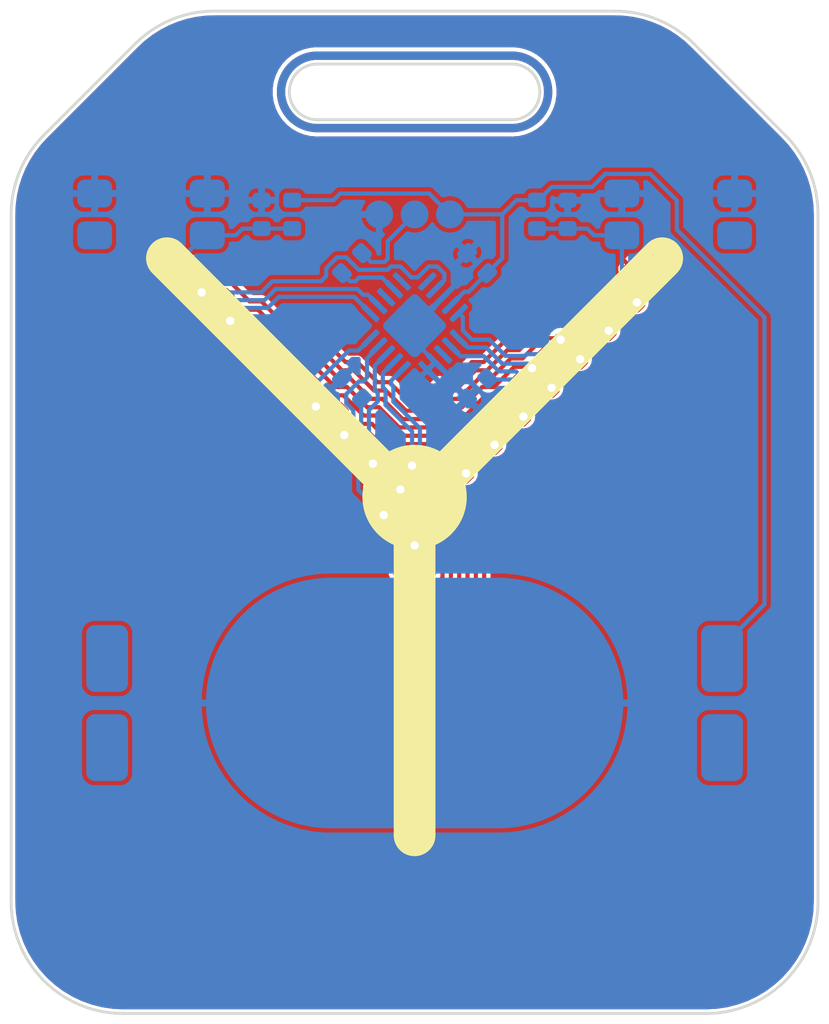
<source format=kicad_pcb>
(kicad_pcb (version 20211014) (generator pcbnew)
  (title_block (title "Flux Capacitor Micro") (date "2022-07-08") (rev "3.0A") (company "Curious Design Labs | Hojadurdy Durdygylyjov") (comment 1 "Micro version of Flux Capacitor from the movie Back to the Future") (comment 2 "CC BY-NC-SA 4.0"))
  (layers (0 "F.Cu" signal) (31 "B.Cu" signal) (34 "B.Paste" user) (35 "F.Paste" user) (36 "B.SilkS" user "B.Silkscreen") (37 "F.SilkS" user "F.Silkscreen") (38 "B.Mask" user) (39 "F.Mask" user) (44 "Edge.Cuts" user))
  (net 0 "")
  (net 1 "BATT")
  (net 2 "GND")
  (net 3 "BTN_PWR")
  (net 4 "BTN_SET")
  (net 5 "CLR")
  (net 6 "LED1")
  (net 7 "LED2")
  (net 8 "LED3")
  (net 9 "LED4")
  (net 10 "LED5")
  (net 11 "LED6")
  (net 12 "LED7")
  (net 13 "LED8")
  (net 14 "UPDI")
  (net 17 "Net-(U1-Pad19)")
  (net 18 "Net-(D1-Pad1)")
  (net 19 "LED9")
  (footprint "HDMod_LED_SMD:LED_0402_1005Metric" (layer "F.Cu") (at 158.425 93.775 -45)
    (fp_text reference "D36" hide)
    (fp_text value "TR6" hide)
  )
  (footprint "HDMod_LED_SMD:LED_0402_1005Metric" (layer "F.Cu") (at 153.35 94.8 45)
    (fp_text reference "D17" hide)
    (fp_text value "TL7" hide)
  )
  (footprint "HDMod_LED_SMD:LED_0402_1005Metric" (layer "F.Cu") (at 149.25 90.7 45)
    (fp_text reference "D13" hide)
    (fp_text value "TL3" hide)
  )
  (footprint "LOGO" (layer "F.Cu") (at 155.375 111.025 90)
    (fp_text reference "G***" hide)
    (fp_text value "LOGO" hide)
  )
  (footprint "HDMod_LED_SMD:LED_0402_1005Metric" (layer "F.Cu") (at 155.375 101.975)
    (fp_text reference "D25" hide)
    (fp_text value "BM5" hide)
  )
  (footprint "HDMod_LED_SMD:LED_0402_1005Metric" (layer "F.Cu") (at 157.4 94.8 -45)
    (fp_text reference "D37" hide)
    (fp_text value "TR7" hide)
  )
  (footprint "HDMod_LED_SMD:LED_0402_1005Metric" (layer "F.Cu") (at 155.375 96.55 90)
    (fp_text reference "D1" hide)
    (fp_text value "Flash" hide)
  )
  (footprint "HDMod_LED_SMD:LED_0402_1005Metric" (layer "F.Cu") (at 155.375 99.075)
    (fp_text reference "D27" hide)
    (fp_text value "BM7" hide)
  )
  (footprint "HDMod_LED_SMD:LED_0402_1005Metric" (layer "F.Cu") (at 155.375 107.775)
    (fp_text reference "D21" hide)
    (fp_text value "BM1" hide)
  )
  (footprint "LOGO" (layer "F.Cu") (at 144.9 86.35)
    (fp_text reference "G***" hide)
    (fp_text value "LOGO" hide)
  )
  (footprint "HDMod_LED_SMD:LED_0402_1005Metric" (layer "F.Cu") (at 152.325 93.775 45)
    (fp_text reference "D16" hide)
    (fp_text value "TL6" hide)
  )
  (footprint "HDMod_LED_SMD:LED_0402_1005Metric" (layer "F.Cu") (at 154.375 95.825 45)
    (fp_text reference "D18" hide)
    (fp_text value "TL8" hide)
  )
  (footprint "HDMod_LED_SMD:LED_0402_1005Metric" (layer "F.Cu") (at 147.2 88.65 45)
    (fp_text reference "D11" hide)
    (fp_text value "TL1" hide)
  )
  (footprint "HDMod_LED_SMD:LED_0402_1005Metric" (layer "F.Cu") (at 163.55 88.65 -45)
    (fp_text reference "D31" hide)
    (fp_text value "TR1" hide)
  )
  (footprint "HDMod_LED_SMD:LED_0402_1005Metric" (layer "F.Cu") (at 151.3 92.75 45)
    (fp_text reference "D15" hide)
    (fp_text value "TL5" hide)
  )
  (footprint "HDMod_LED_SMD:LED_0402_1005Metric" (layer "F.Cu") (at 155.375 104.875)
    (fp_text reference "D23" hide)
    (fp_text value "BM3" hide)
  )
  (footprint "HDMod_LED_SMD:LED_0402_1005Metric" (layer "F.Cu") (at 156.375 95.825 -45)
    (fp_text reference "D38" hide)
    (fp_text value "TR8" hide)
  )
  (footprint "HDMod_LED_SMD:LED_0402_1005Metric" (layer "F.Cu") (at 155.375 106.325)
    (fp_text reference "D22" hide)
    (fp_text value "BM2" hide)
  )
  (footprint "HDMod_LED_SMD:LED_0402_1005Metric" (layer "F.Cu") (at 155.375 97.625)
    (fp_text reference "D28" hide)
    (fp_text value "BM8" hide)
  )
  (footprint "LOGO" (layer "F.Cu") (at 165.85 86.35)
    (fp_text reference "G***" hide)
    (fp_text value "LOGO" hide)
  )
  (footprint "HDMod_LED_SMD:LED_0402_1005Metric" (layer "F.Cu") (at 160.475 91.725 -45)
    (fp_text reference "D34" hide)
    (fp_text value "TR4" hide)
  )
  (footprint "svg2mod" (layer "F.Cu") (at 155.375 84.645)
    (fp_text reference "svg2mod" hide)
    (fp_text value "G***" hide)
  )
  (footprint "HDMod_LED_SMD:LED_0402_1005Metric" (layer "F.Cu") (at 161.5 90.7 -45)
    (fp_text reference "D33" hide)
    (fp_text value "TR3" hide)
  )
  (footprint "HDMod_LED_SMD:LED_0402_1005Metric" (layer "F.Cu") (at 159.45 92.75 -45)
    (fp_text reference "D35" hide)
    (fp_text value "TR5" hide)
  )
  (footprint "HDMod_LED_SMD:LED_0402_1005Metric" (layer "F.Cu") (at 150.275 91.725 45)
    (fp_text reference "D14" hide)
    (fp_text value "TL4" hide)
  )
  (footprint "HDMod_LED_SMD:LED_0402_1005Metric" (layer "F.Cu") (at 155.375 100.525)
    (fp_text reference "D26" hide)
    (fp_text value "BM6" hide)
  )
  (footprint "HDMod_LED_SMD:LED_0402_1005Metric" (layer "F.Cu") (at 148.225 89.675 45)
    (fp_text reference "D12" hide)
    (fp_text value "TL2" hide)
  )
  (footprint "HDMod_LED_SMD:LED_0402_1005Metric" (layer "F.Cu") (at 155.375 103.425)
    (fp_text reference "D24" hide)
    (fp_text value "BM4" hide)
  )
  (footprint "HDMod_LED_SMD:LED_0402_1005Metric" (layer "F.Cu") (at 162.525 89.675 -45)
    (fp_text reference "D32" hide)
    (fp_text value "TR2" hide)
  )
  (footprint "HDMod_Testing_and_Programming_PAD:PogoPad_1x03_P1.27mm" (layer "B.Cu") (at 155.375 86.35 180)
    (fp_text reference "J1" hide)
    (fp_text value "UPDI_PAD" hide)
  )
  (footprint "HDMod_Resistor_SMD:R_0402_1005Metric" (layer "B.Cu") (at 150.975 86.35 -90)
    (fp_text reference "R3" hide)
    (fp_text value "10K" hide)
  )
  (footprint "HDMod_Switch_SMD:K2-1809SN-D4DW-06" (layer "B.Cu") (at 164.85 86.35 180)
    (fp_text reference "SW1" hide)
    (fp_text value "On/Off")
  )
  (footprint "HDMod_Battery_Holder_SMD:MY-2016-02" (layer "B.Cu") (at 155.375 103.9 180)
    (fp_text reference "BT1")
    (fp_text value "CR2032")
  )
  (footprint "LOGO" (layer "B.Cu") (at 164.85 93.25 180)
    (fp_text reference "G***" hide)
    (fp_text value "LOGO" hide)
  )
  (footprint "HDMod_Resistor_SMD:R_0402_1005Metric" (layer "B.Cu") (at 153.125 92.6 135)
    (fp_text reference "R1" hide)
    (fp_text value "510" hide)
  )
  (footprint "HDMod_Resistor_SMD:R_0402_1005Metric" (layer "B.Cu") (at 159.775 86.35 -90)
    (fp_text reference "R2" hide)
    (fp_text value "10K" hide)
  )
  (footprint "HDMod_Switch_SMD:K2-1809SN-D4DW-06" (layer "B.Cu") (at 145.9 86.35 180)
    (fp_text reference "SW2" hide)
    (fp_text value "Set")
  )
  (footprint "HDMod_Resistor_SMD:R_0402_1005Metric" (layer "B.Cu") (at 157.625 92.6 -135)
    (fp_text reference "R4" hide)
    (fp_text value "510" hide)
  )
  (footprint "LOGO" (layer "B.Cu") (at 145.9 83.35 180)
    (fp_text reference "G***" hide)
    (fp_text value "LOGO" hide)
  )
  (footprint "LOGO" (layer "B.Cu") (at 164.85 83.35 180)
    (fp_text reference "G***" hide)
    (fp_text value "LOGO" hide)
  )
  (footprint "HDMod_Capacitor_SMD:C_0402_1005Metric" (layer "B.Cu") (at 160.875 86.35 90)
    (fp_text reference "C2" hide)
    (fp_text value "100nF" hide)
  )
  (footprint "svg2mod" (layer "B.Cu") (at 155.375 84.645 180)
    (fp_text reference "svg2mod" hide)
    (fp_text value "G***" hide)
  )
  (footprint "HDMod_Resistor_SMD:R_0402_1005Metric" (layer "B.Cu") (at 153.125 88.1 45)
    (fp_text reference "R5" hide)
    (fp_text value "0" hide)
  )
  (footprint "HDMod_Capacitor_SMD:C_0402_1005Metric" (layer "B.Cu") (at 157.625 88.1 135)
    (fp_text reference "C1" hide)
    (fp_text value "100nF" hide)
  )
  (footprint "LOGO" (layer "B.Cu") (at 145.9 93.25 180)
    (fp_text reference "G***" hide)
    (fp_text value "LOGO" hide)
  )
  (footprint "HDMod_Capacitor_SMD:C_0402_1005Metric" (layer "B.Cu") (at 149.875 86.35 90)
    (fp_text reference "C3" hide)
    (fp_text value "100nF" hide)
  )
  (footprint "HDMod_Package_DFN_QFN:VQFN-20-1EP_3x3mm_P0.4mm_EP1.7x1.7mm" (layer "B.Cu") (at 155.375 90.35 -135)
    (fp_text reference "U1")
    (fp_text value "ATtiny1616-M" hide)
  )
  (gr_arc (start 151.875 83.25) (mid 150.575 81.95) (end 151.875 80.65) (layer "F.Cu") (width 0.3))
  (gr_arc (start 158.875 80.65) (mid 160.175 81.95) (end 158.875 83.25) (layer "F.Cu") (width 0.3))
  (gr_line (start 158.875 83.25) (end 151.875 83.25) (layer "F.Cu") (width 0.3))
  (gr_line (start 151.875 80.65) (end 158.875 80.65) (layer "F.Cu") (width 0.3))
  (gr_arc (start 151.875 83.25) (mid 150.575 81.95) (end 151.875 80.65) (layer "B.Cu") (width 0.3))
  (gr_line (start 158.875 83.25) (end 151.875 83.25) (layer "B.Cu") (width 0.3))
  (gr_arc (start 158.875 80.65) (mid 160.175 81.95) (end 158.875 83.25) (layer "B.Cu") (width 0.3))
  (gr_line (start 151.875 80.65) (end 158.875 80.65) (layer "B.Cu") (width 0.3))
  (gr_line (start 146.475 87.925) (end 154.375 95.825) (layer "F.SilkS") (width 1.5))
  (gr_line (start 164.275 87.925) (end 156.375 95.825) (layer "F.SilkS") (width 1.5))
  (gr_line (start 155.375 108.65) (end 155.375 97.625) (layer "F.SilkS") (width 1.5))
  (gr_circle (center 155.375 96.5) (end 157.175 96.5) (layer "F.SilkS") (width 0.15) (fill solid))
  (gr_line (start 165.85 115.05) (end 144.9 115.05) (layer "Edge.Cuts") (width 0.1))
  (gr_arc (start 162.575 79.05) (mid 164.115301 79.356385) (end 165.421105 80.228895) (layer "Edge.Cuts") (width 0.1))
  (gr_arc (start 140.875 86.35) (mid 141.181385 84.809699) (end 142.053895 83.503895) (layer "Edge.Cuts") (width 0.1))
  (gr_line (start 151.875 80.95) (end 158.875 80.95) (layer "Edge.Cuts") (width 0.1))
  (gr_arc (start 145.328895 80.228895) (mid 146.634699 79.356385) (end 148.175 79.05) (layer "Edge.Cuts") (width 0.1))
  (gr_arc (start 168.696105 83.503895) (mid 169.568615 84.809699) (end 169.875 86.35) (layer "Edge.Cuts") (width 0.1))
  (gr_arc (start 169.875 111.025) (mid 168.696105 113.871105) (end 165.85 115.05) (layer "Edge.Cuts") (width 0.1))
  (gr_line (start 158.875 82.95) (end 151.875 82.95) (layer "Edge.Cuts") (width 0.1))
  (gr_line (start 168.696105 83.503895) (end 165.421105 80.228895) (layer "Edge.Cuts") (width 0.1))
  (gr_line (start 140.875 111.025) (end 140.875 86.35) (layer "Edge.Cuts") (width 0.1))
  (gr_line (start 169.875 86.35) (end 169.875 111.025) (layer "Edge.Cuts") (width 0.1))
  (gr_line (start 148.175 79.05) (end 162.575 79.05) (layer "Edge.Cuts") (width 0.1))
  (gr_arc (start 158.875 80.95) (mid 159.875 81.95) (end 158.875 82.95) (layer "Edge.Cuts") (width 0.1))
  (gr_line (start 145.328895 80.228895) (end 142.053895 83.503895) (layer "Edge.Cuts") (width 0.1))
  (gr_arc (start 144.9 115.05) (mid 142.053895 113.871105) (end 140.875 111.025) (layer "Edge.Cuts") (width 0.1))
  (gr_arc (start 151.875 82.95) (mid 150.875 81.95) (end 151.875 80.95) (layer "Edge.Cuts") (width 0.1))
  (segment (start 159.8225 85.84) (end 160.2975 85.365) (width 0.15) (layer "B.Cu") (net 1))
  (segment (start 152.46 85.84) (end 152.7 85.6) (width 0.15) (layer "B.Cu") (net 1))
  (segment (start 159.035 85.84) (end 159.8225 85.84) (width 0.15) (layer "B.Cu") (net 1))
  (segment (start 167.95 100.35) (end 166.425 101.875) (width 0.15) (layer "B.Cu") (net 1))
  (segment (start 156.683148 89.607538) (end 157.160686 89.13) (width 0.15) (layer "B.Cu") (net 1))
  (segment (start 158.525 87.921248) (end 157.985624 88.460624) (width 0.15) (layer "B.Cu") (net 1))
  (segment (start 156.645 86.35) (end 158.525 86.35) (width 0.15) (layer "B.Cu") (net 1))
  (segment (start 157.160686 89.13) (end 157.316248 89.13) (width 0.15) (layer "B.Cu") (net 1))
  (segment (start 158.525 86.35) (end 159.035 85.84) (width 0.15) (layer "B.Cu") (net 1))
  (segment (start 157.316248 89.13) (end 157.985624 88.460624) (width 0.15) (layer "B.Cu") (net 1))
  (segment (start 167.95 90.05) (end 167.95 100.35) (width 0.15) (layer "B.Cu") (net 1))
  (segment (start 160.2975 85.365) (end 161.76 85.365) (width 0.15) (layer "B.Cu") (net 1))
  (segment (start 163.845 84.895) (end 164.8 85.85) (width 0.15) (layer "B.Cu") (net 1))
  (segment (start 162.23 84.895) (end 163.845 84.895) (width 0.15) (layer "B.Cu") (net 1))
  (segment (start 164.8 85.85) (end 164.8 86.9) (width 0.15) (layer "B.Cu") (net 1))
  (segment (start 164.8 86.9) (end 167.95 90.05) (width 0.15) (layer "B.Cu") (net 1))
  (segment (start 152.7 85.6) (end 155.895 85.6) (width 0.15) (layer "B.Cu") (net 1))
  (segment (start 155.895 85.6) (end 156.645 86.35) (width 0.15) (layer "B.Cu") (net 1))
  (segment (start 158.525 86.35) (end 158.525 87.921248) (width 0.15) (layer "B.Cu") (net 1))
  (segment (start 150.975 85.84) (end 152.46 85.84) (width 0.15) (layer "B.Cu") (net 1))
  (segment (start 166.425 101.875) (end 166.425 102.3) (width 0.15) (layer "B.Cu") (net 1))
  (segment (start 161.76 85.365) (end 162.23 84.895) (width 0.15) (layer "B.Cu") (net 1))
  (segment (start 155.375 90.915686) (end 155.375 90.35) (width 0.15) (layer "B.Cu") (net 2))
  (segment (start 156.117462 91.658148) (end 155.375 90.915686) (width 0.15) (layer "B.Cu") (net 2))
  (segment (start 159.807964 92.367) (end 162.825 89.349964) (width 0.15) (layer "B.Cu") (net 3))
  (segment (start 159.391964 92.367) (end 159.807964 92.367) (width 0.15) (layer "B.Cu") (net 3))
  (segment (start 160.875 86.86) (end 161.585 86.86) (width 0.15) (layer "B.Cu") (net 3))
  (segment (start 158.407999 91.99) (end 159.014964 91.99) (width 0.15) (layer "B.Cu") (net 3))
  (segment (start 157.035 91.444314) (end 157.862313 91.444314) (width 0.15) (layer "B.Cu") (net 3))
  (segment (start 161.585 86.86) (end 161.825 87.1) (width 0.15) (layer "B.Cu") (net 3))
  (segment (start 159.775 86.86) (end 160.875 86.86) (width 0.15) (layer "B.Cu") (net 3))
  (segment (start 156.683148 91.092462) (end 157.035 91.444314) (width 0.15) (layer "B.Cu") (net 3))
  (segment (start 161.825 87.1) (end 162.825 87.1) (width 0.15) (layer "B.Cu") (net 3))
  (segment (start 159.014964 91.99) (end 159.391964 92.367) (width 0.15) (layer "B.Cu") (net 3))
  (segment (start 162.825 89.349964) (end 162.825 87.1) (width 0.15) (layer "B.Cu") (net 3))
  (segment (start 157.862313 91.444314) (end 158.407999 91.99) (width 0.15) (layer "B.Cu") (net 3))
  (segment (start 154.066852 89.607538) (end 153.698314 89.239) (width 0.15) (layer "B.Cu") (net 4))
  (segment (start 148.145036 89.43) (end 147.930036 89.645) (width 0.15) (layer "B.Cu") (net 4))
  (segment (start 149.19 86.86) (end 149.875 86.86) (width 0.15) (layer "B.Cu") (net 4))
  (segment (start 153.698314 89.239) (end 153.528609 89.239) (width 0.15) (layer "B.Cu") (net 4))
  (segment (start 149.98098 89.43) (end 148.145036 89.43) (width 0.15) (layer "B.Cu") (net 4))
  (segment (start 148.95 87.1) (end 149.19 86.86) (width 0.15) (layer "B.Cu") (net 4))
  (segment (start 147.835 87.1) (end 147.925 87.1) (width 0.15) (layer "B.Cu") (net 4))
  (segment (start 153.319609 89.03) (end 150.38098 89.03) (width 0.15) (layer "B.Cu") (net 4))
  (segment (start 147.930036 89.645) (end 147.519964 89.645) (width 0.15) (layer "B.Cu") (net 4))
  (segment (start 153.528609 89.239) (end 153.319609 89.03) (width 0.15) (layer "B.Cu") (net 4))
  (segment (start 149.875 86.86) (end 150.975 86.86) (width 0.15) (layer "B.Cu") (net 4))
  (segment (start 147.23 89.355036) (end 147.23 87.705) (width 0.15) (layer "B.Cu") (net 4))
  (segment (start 147.23 87.705) (end 147.835 87.1) (width 0.15) (layer "B.Cu") (net 4))
  (segment (start 147.519964 89.645) (end 147.23 89.355036) (width 0.15) (layer "B.Cu") (net 4))
  (segment (start 147.925 87.1) (end 148.95 87.1) (width 0.15) (layer "B.Cu") (net 4))
  (segment (start 150.38098 89.03) (end 149.98098 89.43) (width 0.15) (layer "B.Cu") (net 4))
  (segment (start 161.160589 91.385589) (end 161.325 91.55) (width 0.15) (layer "F.Cu") (net 5))
  (segment (start 157.060589 94.460589) (end 158.085589 94.460589) (width 0.15) (layer "F.Cu") (net 5))
  (segment (start 158.085589 93.435589) (end 159.110589 93.435589) (width 0.15) (layer "F.Cu") (net 5))
  (segment (start 159.110589 92.410589) (end 160.135589 92.410589) (width 0.15) (layer "F.Cu") (net 5))
  (segment (start 159.110589 93.435589) (end 159.275 93.6) (width 0.15) (layer "F.Cu") (net 5))
  (segment (start 163.365 89.51) (end 163.190589 89.335589) (width 0.15) (layer "F.Cu") (net 5))
  (segment (start 157.060589 95.485589) (end 157.225 95.65) (width 0.15) (layer "F.Cu") (net 5))
  (segment (start 160.135589 91.385589) (end 161.160589 91.385589) (width 0.15) (layer "F.Cu") (net 5))
  (segment (start 161.160589 90.360589) (end 162.185589 90.360589) (width 0.15) (layer "F.Cu") (net 5))
  (segment (start 160.135589 92.410589) (end 160.3 92.575) (width 0.15) (layer "F.Cu") (net 5))
  (segment (start 158.085589 94.460589) (end 158.25 94.625) (width 0.15) (layer "F.Cu") (net 5))
  (segment (start 156.035589 95.485589) (end 157.060589 95.485589) (width 0.15) (layer "F.Cu") (net 5))
  (segment (start 162.185589 90.360589) (end 162.35 90.525) (width 0.15) (layer "F.Cu") (net 5))
  (segment (start 163.190589 89.335589) (end 162.185589 89.335589) (width 0.15) (layer "F.Cu") (net 5))
  (via (at 157.225 95.65) (size 0.5) (drill 0.3) (layers "F.Cu" "B.Cu") (net 5))
  (via (at 159.285 93.61) (size 0.5) (drill 0.3) (layers "F.Cu" "B.Cu") (net 5))
  (via (at 161.325 91.55) (size 0.5) (drill 0.3) (layers "F.Cu" "B.Cu") (net 5))
  (via (at 162.35 90.525) (size 0.5) (drill 0.3) (layers "F.Cu" "B.Cu") (net 5))
  (via (at 158.25 94.625) (size 0.5) (drill 0.3) (layers "F.Cu" "B.Cu") (net 5))
  (via (at 155.375 98.24) (size 0.5) (drill 0.3) (layers "F.Cu" "B.Cu") (net 5))
  (via (at 163.365 89.51) (size 0.5) (drill 0.3) (layers "F.Cu" "B.Cu") (net 5))
  (via (at 160.3 92.575) (size 0.5) (drill 0.3) (layers "F.Cu" "B.Cu") (net 5))
  (segment (start 160.3 92.270944) (end 160.3 92.575) (width 0.15) (layer "B.Cu") (net 5))
  (segment (start 158.026248 92.28) (end 158.908984 92.28) (width 0.15) (layer "B.Cu") (net 5))
  (segment (start 159.285 93.61) (end 157.245 95.65) (width 0.15) (layer "B.Cu") (net 5))
  (segment (start 157.245 95.65) (end 157.225 95.65) (width 0.15) (layer "B.Cu") (net 5))
  (segment (start 162.35 90.525) (end 162.045944 90.525) (width 0.15) (layer "B.Cu") (net 5))
  (segment (start 159.275984 92.647) (end 159.923944 92.647) (width 0.15) (layer "B.Cu") (net 5))
  (segment (start 161.325 91.55) (end 161.020944 91.55) (width 0.15) (layer "B.Cu") (net 5))
  (segment (start 161.020944 91.55) (end 160.3 92.270944) (width 0.15) (layer "B.Cu") (net 5))
  (segment (start 157.985624 92.239376) (end 158.026248 92.28) (width 0.15) (layer "B.Cu") (net 5))
  (segment (start 159.923944 92.971056) (end 159.923944 92.647) (width 0.15) (layer "B.Cu") (net 5))
  (segment (start 162.35 90.220944) (end 162.35 90.525) (width 0.15) (layer "B.Cu") (net 5))
  (segment (start 163.060944 89.51) (end 162.35 90.220944) (width 0.15) (layer "B.Cu") (net 5))
  (segment (start 159.923944 92.647) (end 159.995944 92.575) (width 0.15) (layer "B.Cu") (net 5))
  (segment (start 159.285 93.61) (end 159.923944 92.971056) (width 0.15) (layer "B.Cu") (net 5))
  (segment (start 162.045944 90.525) (end 161.325 91.245944) (width 0.15) (layer "B.Cu") (net 5))
  (segment (start 155.375 98.24) (end 155.375 97.5) (width 0.15) (layer "B.Cu") (net 5))
  (segment (start 161.325 91.245944) (end 161.325 91.55) (width 0.15) (layer "B.Cu") (net 5))
  (segment (start 163.365 89.51) (end 163.060944 89.51) (width 0.15) (layer "B.Cu") (net 5))
  (segment (start 155.375 97.5) (end 157.225 95.65) (width 0.15) (layer "B.Cu") (net 5))
  (segment (start 158.908984 92.28) (end 159.275984 92.647) (width 0.15) (layer "B.Cu") (net 5))
  (segment (start 159.995944 92.575) (end 160.3 92.575) (width 0.15) (layer "B.Cu") (net 5))
  (segment (start 147.539411 88.310589) (end 147.977759 88.748937) (width 0.15) (layer "F.Cu") (net 6))
  (segment (start 162.623937 88.748937) (end 162.73 88.855) (width 0.15) (layer "F.Cu") (net 6))
  (segment (start 159.536531 96.202005) (end 159.536531 96.625591) (width 0.15) (layer "F.Cu") (net 6))
  (segment (start 153.315807 91.650857) (end 154.041287 92.376337) (width 0.15) (layer "F.Cu") (net 6))
  (segment (start 157.5776 100.31533) (end 157.5776 101.341744) (width 0.15) (layer "F.Cu") (net 6))
  (segment (start 162.438451 92.033721) (end 161.712971 92.759201) (width 0.15) (layer "F.Cu") (net 6))
  (segment (start 147.977759 88.897241) (end 147.725 89.15) (width 0.15) (layer "F.Cu") (net 6))
  (segment (start 161.712971 93.182787) (end 160.987491 93.908267) (width 0.15) (layer "F.Cu") (net 6))
  (segment (start 149.868609 89.474417) (end 150.594089 90.199897) (width 0.15) (layer "F.Cu") (net 6))
  (segment (start 158.17664 98.689876) (end 157.87712 98.989396) (width 0.15) (layer "F.Cu") (net 6))
  (segment (start 162.438451 91.610135) (end 162.438451 92.033721) (width 0.15) (layer "F.Cu") (net 6))
  (segment (start 157.857781 91.650857) (end 158.583262 90.925377) (width 0.15) (layer "F.Cu") (net 6))
  (segment (start 160.262011 95.057333) (end 160.262011 95.476525) (width 0.15) (layer "F.Cu") (net 6))
  (segment (start 158.583262 90.925377) (end 159.006846 90.925377) (width 0.15) (layer "F.Cu") (net 6))
  (segment (start 160.881392 89.474417) (end 161.304977 89.474417) (width 0.15) (layer "F.Cu") (net 6))
  (segment (start 156.97856 103.993612) (end 156.67904 104.293132) (width 0.15) (layer "F.Cu") (net 6))
  (segment (start 163.889411 89.735589) (end 163.163931 90.461069) (width 0.15) (layer "F.Cu") (net 6))
  (segment (start 160.987491 94.331853) (end 160.262011 95.057333) (width 0.15) (layer "F.Cu") (net 6))
  (segment (start 160.155911 90.199897) (end 160.881392 89.474417) (width 0.15) (layer "F.Cu") (net 6))
  (segment (start 156.37952 106.64548) (end 155.855 107.17) (width 0.15) (layer "F.Cu") (net 6))
  (segment (start 162.030457 88.748937) (end 162.623937 88.748937) (width 0.15) (layer "F.Cu") (net 6))
  (segment (start 163.163931 90.461069) (end 163.163931 90.884655) (width 0.15) (layer "F.Cu") (net 6))
  (segment (start 155.190353 93.101817) (end 155.559651 93.101817) (width 0.15) (layer "F.Cu") (net 6))
  (segment (start 156.97856 102.967198) (end 156.97856 103.993612) (width 0.15) (layer "F.Cu") (net 6))
  (segment (start 157.87712 100.01581) (end 157.5776 100.31533) (width 0.15) (layer "F.Cu") (net 6))
  (segment (start 156.37952 105.619066) (end 156.37952 106.64548) (width 0.15) (layer "F.Cu") (net 6))
  (segment (start 162.73 88.855) (end 162.864411 88.989411) (width 0.15) (layer "F.Cu") (net 6))
  (segment (start 159.006846 90.925377) (end 159.732327 90.199897) (width 0.15) (layer "F.Cu") (net 6))
  (segment (start 155.855 107.17) (end 155.855 107.775) (width 0.15) (layer "F.Cu") (net 6))
  (segment (start 156.67904 104.293132) (end 156.67904 105.319546) (width 0.15) (layer "F.Cu") (net 6))
  (segment (start 160.262011 95.476525) (end 159.536531 96.202005) (width 0.15) (layer "F.Cu") (net 6))
  (segment (start 157.27808 101.641264) (end 157.27808 102.667678) (width 0.15) (layer "F.Cu") (net 6))
  (segment (start 147.977759 88.748937) (end 147.977759 88.897241) (width 0.15) (layer "F.Cu") (net 6))
  (segment (start 157.27808 102.667678) (end 156.97856 102.967198) (width 0.15) (layer "F.Cu") (net 6))
  (segment (start 163.163931 90.884655) (end 162.438451 91.610135) (width 0.15) (layer "F.Cu") (net 6))
  (segment (start 156.708716 92.376337) (end 157.434197 91.650857) (width 0.15) (layer "F.Cu") (net 6))
  (segment (start 160.987491 93.908267) (end 160.987491 94.331853) (width 0.15) (layer "F.Cu") (net 6))
  (segment (start 163.889411 88.989411) (end 163.889411 89.735589) (width 0.15) (layer "F.Cu") (net 6))
  (segment (start 150.594089 90.199897) (end 151.017675 90.199897) (width 0.15) (layer "F.Cu") (net 6))
  (segment (start 157.5776 101.341744) (end 157.27808 101.641264) (width 0.15) (layer "F.Cu") (net 6))
  (segment (start 154.041287 92.376337) (end 154.464873 92.376337) (width 0.15) (layer "F.Cu") (net 6))
  (segment (start 158.17664 97.985482) (end 158.17664 98.689876) (width 0.15) (layer "F.Cu") (net 6))
  (segment (start 159.536531 96.625591) (end 158.17664 97.985482) (width 0.15) (layer "F.Cu") (net 6))
  (segment (start 154.464873 92.376337) (end 155.190353 93.101817) (width 0.15) (layer "F.Cu") (net 6))
  (segment (start 157.87712 98.989396) (end 157.87712 100.01581) (width 0.15) (layer "F.Cu") (net 6))
  (segment (start 152.166741 90.925377) (end 152.892221 91.650857) (width 0.15) (layer "F.Cu") (net 6))
  (segment (start 148.719543 88.748937) (end 149.445023 89.474417) (width 0.15) (layer "F.Cu") (net 6))
  (segment (start 161.712971 92.759201) (end 161.712971 93.182787) (width 0.15) (layer "F.Cu") (net 6))
  (segment (start 157.434197 91.650857) (end 157.857781 91.650857) (width 0.15) (layer "F.Cu") (net 6))
  (segment (start 151.017675 90.199897) (end 151.743155 90.925377) (width 0.15) (layer "F.Cu") (net 6))
  (segment (start 155.559651 93.101817) (end 156.285132 92.376337) (width 0.15) (layer "F.Cu") (net 6))
  (segment (start 162.864411 88.989411) (end 163.889411 88.989411) (width 0.15) (layer "F.Cu") (net 6))
  (segment (start 159.732327 90.199897) (end 160.155911 90.199897) (width 0.15) (layer "F.Cu") (net 6))
  (segment (start 156.285132 92.376337) (end 156.708716 92.376337) (width 0.15) (layer "F.Cu") (net 6))
  (segment (start 149.445023 89.474417) (end 149.868609 89.474417) (width 0.15) (layer "F.Cu") (net 6))
  (segment (start 147.977759 88.748937) (end 148.719543 88.748937) (width 0.15) (layer "F.Cu") (net 6))
  (segment (start 152.892221 91.650857) (end 153.315807 91.650857) (width 0.15) (layer "F.Cu") (net 6))
  (segment (start 156.67904 105.319546) (end 156.37952 105.619066) (width 0.15) (layer "F.Cu") (net 6))
  (segment (start 151.743155 90.925377) (end 152.166741 90.925377) (width 0.15) (layer "F.Cu") (net 6))
  (segment (start 161.304977 89.474417) (end 162.030457 88.748937) (width 0.15) (layer "F.Cu") (net 6))
  (via (at 147.725 89.15) (size 0.5) (drill 0.3) (layers "F.Cu" "B.Cu") (net 6))
  (segment (start 149.865 89.15) (end 147.725 89.15) (width 0.15) (layer "B.Cu") (net 6))
  (segment (start 150.265 88.75) (end 149.865 89.15) (width 0.15) (layer "B.Cu") (net 6))
  (segment (start 154.866168 88.221168) (end 154.523832 88.221168) (width 0.15) (layer "B.Cu") (net 6))
  (segment (start 156.117462 89.041852) (end 156.445 88.714314) (width 0.15) (layer "B.Cu") (net 6))
  (segment (start 152.91935 87.89435) (end 152.588189 87.89435) (width 0.15) (layer "B.Cu") (net 6))
  (segment (start 153.365 88.34) (end 152.91935 87.89435) (width 0.15) (layer "B.Cu") (net 6))
  (segment (start 152.014203 88.75) (end 150.265 88.75) (width 0.15) (layer "B.Cu") (net 6))
  (segment (start 154.523832 88.221168) (end 154.405 88.34) (width 0.15) (layer "B.Cu") (net 6))
  (segment (start 156.186168 88.221168) (end 155.883832 88.221168) (width 0.15) (layer "B.Cu") (net 6))
  (segment (start 152.198102 88.284437) (end 152.198102 88.566101) (width 0.15) (layer "B.Cu") (net 6))
  (segment (start 155.255 88.61) (end 154.866168 88.221168) (width 0.15) (layer "B.Cu") (net 6))
  (segment (start 155.883832 88.221168) (end 155.495 88.61) (width 0.15) (layer "B.Cu") (net 6))
  (segment (start 154.405 88.34) (end 153.365 88.34) (width 0.15) (layer "B.Cu") (net 6))
  (segment (start 156.445 88.714314) (end 156.445 88.48) (width 0.15) (layer "B.Cu") (net 6))
  (segment (start 152.588189 87.89435) (end 152.198102 88.284437) (width 0.15) (layer "B.Cu") (net 6))
  (segment (start 156.445 88.48) (end 156.186168 88.221168) (width 0.15) (layer "B.Cu") (net 6))
  (segment (start 155.495 88.61) (end 155.255 88.61) (width 0.15) (layer "B.Cu") (net 6))
  (segment (start 152.198102 88.566101) (end 152.014203 88.75) (width 0.15) (layer "B.Cu") (net 6))
  (segment (start 149.744543 89.773937) (end 150.470023 90.499417) (width 0.15) (layer "F.Cu") (net 7))
  (segment (start 162.864411 90.014411) (end 162.864411 90.760589) (width 0.15) (layer "F.Cu") (net 7))
  (segment (start 152.768155 91.950377) (end 153.191741 91.950377) (width 0.15) (layer "F.Cu") (net 7))
  (segment (start 161.598937 89.773937) (end 161.839411 90.014411) (width 0.15) (layer "F.Cu") (net 7))
  (segment (start 156.67904 102.843132) (end 156.67904 103.869546) (width 0.15) (layer "F.Cu") (net 7))
  (segment (start 157.981846 91.950377) (end 158.707327 91.224897) (width 0.15) (layer "F.Cu") (net 7))
  (segment (start 157.27808 100.191264) (end 157.27808 101.217678) (width 0.15) (layer "F.Cu") (net 7))
  (segment (start 162.426063 91.194543) (end 162.138931 91.481675) (width 0.15) (layer "F.Cu") (net 7))
  (segment (start 161.005457 89.773937) (end 161.598937 89.773937) (width 0.15) (layer "F.Cu") (net 7))
  (segment (start 148.564411 89.335589) (end 149.002759 89.773937) (width 0.15) (layer "F.Cu") (net 7))
  (segment (start 159.962491 95.352459) (end 159.237011 96.077939) (width 0.15) (layer "F.Cu") (net 7))
  (segment (start 152.042675 91.224897) (end 152.768155 91.950377) (width 0.15) (layer "F.Cu") (net 7))
  (segment (start 157.87712 97.861416) (end 157.87712 98.56581) (width 0.15) (layer "F.Cu") (net 7))
  (segment (start 162.864411 90.760589) (end 162.430457 91.194543) (width 0.15) (layer "F.Cu") (net 7))
  (segment (start 156.37952 105.19548) (end 155.855 105.72) (width 0.15) (layer "F.Cu") (net 7))
  (segment (start 156.832781 92.675857) (end 157.558262 91.950377) (width 0.15) (layer "F.Cu") (net 7))
  (segment (start 161.839411 90.014411) (end 162.864411 90.014411) (width 0.15) (layer "F.Cu") (net 7))
  (segment (start 155.683716 93.401337) (end 156.409197 92.675857) (width 0.15) (layer "F.Cu") (net 7))
  (segment (start 157.27808 101.217678) (end 156.97856 101.517198) (width 0.15) (layer "F.Cu") (net 7))
  (segment (start 157.87712 98.56581) (end 157.5776 98.86533) (width 0.15) (layer "F.Cu") (net 7))
  (segment (start 159.856392 90.499417) (end 160.279977 90.499417) (width 0.15) (layer "F.Cu") (net 7))
  (segment (start 159.130911 91.224897) (end 159.856392 90.499417) (width 0.15) (layer "F.Cu") (net 7))
  (segment (start 158.707327 91.224897) (end 159.130911 91.224897) (width 0.15) (layer "F.Cu") (net 7))
  (segment (start 156.37952 104.169066) (end 156.37952 105.19548) (width 0.15) (layer "F.Cu") (net 7))
  (segment (start 156.67904 103.869546) (end 156.37952 104.169066) (width 0.15) (layer "F.Cu") (net 7))
  (segment (start 157.558262 91.950377) (end 157.981846 91.950377) (width 0.15) (layer "F.Cu") (net 7))
  (segment (start 161.413451 92.635135) (end 161.413451 93.058721) (width 0.15) (layer "F.Cu") (net 7))
  (segment (start 155.855 105.72) (end 155.855 106.325) (width 0.15) (layer "F.Cu") (net 7))
  (segment (start 149.002759 89.922241) (end 148.75 90.175) (width 0.15) (layer "F.Cu") (net 7))
  (segment (start 162.138931 91.481675) (end 162.138931 91.909655) (width 0.15) (layer "F.Cu") (net 7))
  (segment (start 156.97856 102.543612) (end 156.67904 102.843132) (width 0.15) (layer "F.Cu") (net 7))
  (segment (start 162.430457 91.194543) (end 162.426063 91.194543) (width 0.15) (layer "F.Cu") (net 7))
  (segment (start 155.066287 93.401337) (end 155.683716 93.401337) (width 0.15) (layer "F.Cu") (net 7))
  (segment (start 154.340807 92.675857) (end 155.066287 93.401337) (width 0.15) (layer "F.Cu") (net 7))
  (segment (start 157.5776 99.891744) (end 157.27808 100.191264) (width 0.15) (layer "F.Cu") (net 7))
  (segment (start 153.191741 91.950377) (end 153.917221 92.675857) (width 0.15) (layer "F.Cu") (net 7))
  (segment (start 150.470023 90.499417) (end 150.893609 90.499417) (width 0.15) (layer "F.Cu") (net 7))
  (segment (start 157.5776 98.86533) (end 157.5776 99.891744) (width 0.15) (layer "F.Cu") (net 7))
  (segment (start 151.619089 91.224897) (end 152.042675 91.224897) (width 0.15) (layer "F.Cu") (net 7))
  (segment (start 160.687971 93.784201) (end 160.687971 94.207787) (width 0.15) (layer "F.Cu") (net 7))
  (segment (start 160.279977 90.499417) (end 161.005457 89.773937) (width 0.15) (layer "F.Cu") (net 7))
  (segment (start 156.97856 101.517198) (end 156.97856 102.543612) (width 0.15) (layer "F.Cu") (net 7))
  (segment (start 159.962491 94.933267) (end 159.962491 95.352459) (width 0.15) (layer "F.Cu") (net 7))
  (segment (start 149.002759 89.773937) (end 149.744543 89.773937) (width 0.15) (layer "F.Cu") (net 7))
  (segment (start 150.893609 90.499417) (end 151.619089 91.224897) (width 0.15) (layer "F.Cu") (net 7))
  (segment (start 161.413451 93.058721) (end 160.687971 93.784201) (width 0.15) (layer "F.Cu") (net 7))
  (segment (start 159.237011 96.077939) (end 159.237011 96.501525) (width 0.15) (layer "F.Cu") (net 7))
  (segment (start 156.409197 92.675857) (end 156.832781 92.675857) (width 0.15) (layer "F.Cu") (net 7))
  (segment (start 153.917221 92.675857) (end 154.340807 92.675857) (width 0.15) (layer "F.Cu") (net 7))
  (segment (start 160.687971 94.207787) (end 159.962491 94.933267) (width 0.15) (layer "F.Cu") (net 7))
  (segment (start 162.138931 91.909655) (end 161.413451 92.635135) (width 0.15) (layer "F.Cu") (net 7))
  (segment (start 159.237011 96.501525) (end 157.87712 97.861416) (width 0.15) (layer "F.Cu") (net 7))
  (segment (start 149.002759 89.773937) (end 149.002759 89.922241) (width 0.15) (layer "F.Cu") (net 7))
  (via (at 148.75 90.175) (size 0.5) (drill 0.3) (layers "F.Cu" "B.Cu") (net 7))
  (segment (start 148.75 90.175) (end 149.215 89.71) (width 0.15) (layer "B.Cu") (net 7))
  (segment (start 150.09696 89.71) (end 150.49696 89.31) (width 0.15) (layer "B.Cu") (net 7))
  (segment (start 149.215 89.71) (end 150.09696 89.71) (width 0.15) (layer "B.Cu") (net 7))
  (segment (start 153.203629 89.31) (end 153.78401 89.890381) (width 0.15) (layer "B.Cu") (net 7))
  (segment (start 150.49696 89.31) (end 153.203629 89.31) (width 0.15) (layer "B.Cu") (net 7))
  (segment (start 160.388451 94.083721) (end 159.662971 94.809201) (width 0.15) (layer "F.Cu") (net 8))
  (segment (start 158.937491 95.953873) (end 158.937491 96.377459) (width 0.15) (layer "F.Cu") (net 8))
  (segment (start 152.644089 92.249897) (end 153.067675 92.249897) (width 0.15) (layer "F.Cu") (net 8))
  (segment (start 156.956846 92.975377) (end 157.682327 92.249897) (width 0.15) (layer "F.Cu") (net 8))
  (segment (start 159.662971 94.809201) (end 159.662971 95.228393) (width 0.15) (layer "F.Cu") (net 8))
  (segment (start 156.37952 103.74548) (end 155.855 104.27) (width 0.15) (layer "F.Cu") (net 8))
  (segment (start 157.5776 97.73735) (end 157.5776 98.441744) (width 0.15) (layer "F.Cu") (net 8))
  (segment (start 160.388451 93.660135) (end 160.388451 94.083721) (width 0.15) (layer "F.Cu") (net 8))
  (segment (start 155.855 104.27) (end 155.855 104.875) (width 0.15) (layer "F.Cu") (net 8))
  (segment (start 150.027759 90.798937) (end 150.769543 90.798937) (width 0.15) (layer "F.Cu") (net 8))
  (segment (start 156.97856 100.067198) (end 156.97856 101.093612) (width 0.15) (layer "F.Cu") (net 8))
  (segment (start 155.807781 93.700857) (end 156.533262 92.975377) (width 0.15) (layer "F.Cu") (net 8))
  (segment (start 157.27808 98.741264) (end 157.27808 99.767678) (width 0.15) (layer "F.Cu") (net 8))
  (segment (start 159.662971 95.228393) (end 158.937491 95.953873) (width 0.15) (layer "F.Cu") (net 8))
  (segment (start 156.37952 102.719066) (end 156.37952 103.74548) (width 0.15) (layer "F.Cu") (net 8))
  (segment (start 154.216741 92.975377) (end 154.942221 93.700857) (width 0.15) (layer "F.Cu") (net 8))
  (segment (start 156.67904 102.419546) (end 156.37952 102.719066) (width 0.15) (layer "F.Cu") (net 8))
  (segment (start 149.589411 90.360589) (end 150.027759 90.798937) (width 0.15) (layer "F.Cu") (net 8))
  (segment (start 154.942221 93.700857) (end 155.807781 93.700857) (width 0.15) (layer "F.Cu") (net 8))
  (segment (start 159.254977 91.524417) (end 159.980457 90.798937) (width 0.15) (layer "F.Cu") (net 8))
  (segment (start 158.937491 96.377459) (end 157.5776 97.73735) (width 0.15) (layer "F.Cu") (net 8))
  (segment (start 161.839411 91.785589) (end 161.113931 92.511069) (width 0.15) (layer "F.Cu") (net 8))
  (segment (start 158.831392 91.524417) (end 159.254977 91.524417) (width 0.15) (layer "F.Cu") (net 8))
  (segment (start 157.5776 98.441744) (end 157.27808 98.741264) (width 0.15) (layer "F.Cu") (net 8))
  (segment (start 161.113931 92.934655) (end 160.388451 93.660135) (width 0.15) (layer "F.Cu") (net 8))
  (segment (start 156.67904 101.393132) (end 156.67904 102.419546) (width 0.15) (layer "F.Cu") (net 8))
  (segment (start 151.495023 91.524417) (end 151.918609 91.524417) (width 0.15) (layer "F.Cu") (net 8))
  (segment (start 161.839411 91.039411) (end 161.839411 91.785589) (width 0.15) (layer "F.Cu") (net 8))
  (segment (start 160.573937 90.798937) (end 160.625 90.85) (width 0.15) (layer "F.Cu") (net 8))
  (segment (start 151.918609 91.524417) (end 152.644089 92.249897) (width 0.15) (layer "F.Cu") (net 8))
  (segment (start 156.533262 92.975377) (end 156.956846 92.975377) (width 0.15) (layer "F.Cu") (net 8))
  (segment (start 161.113931 92.511069) (end 161.113931 92.934655) (width 0.15) (layer "F.Cu") (net 8))
  (segment (start 158.105911 92.249897) (end 158.831392 91.524417) (width 0.15) (layer "F.Cu") (net 8))
  (segment (start 156.97856 101.093612) (end 156.67904 101.393132) (width 0.15) (layer "F.Cu") (net 8))
  (segment (start 153.793155 92.975377) (end 154.216741 92.975377) (width 0.15) (layer "F.Cu") (net 8))
  (segment (start 160.625 90.85) (end 160.814411 91.039411) (width 0.15) (layer "F.Cu") (net 8))
  (segment (start 157.682327 92.249897) (end 158.105911 92.249897) (width 0.15) (layer "F.Cu") (net 8))
  (segment (start 157.27808 99.767678) (end 156.97856 100.067198) (width 0.15) (layer "F.Cu") (net 8))
  (segment (start 159.980457 90.798937) (end 160.573937 90.798937) (width 0.15) (layer "F.Cu") (net 8))
  (segment (start 150.769543 90.798937) (end 151.495023 91.524417) (width 0.15) (layer "F.Cu") (net 8))
  (segment (start 153.067675 92.249897) (end 153.793155 92.975377) (width 0.15) (layer "F.Cu") (net 8))
  (segment (start 160.814411 91.039411) (end 161.839411 91.039411) (width 0.15) (layer "F.Cu") (net 8))
  (via (at 160.625 90.85) (size 0.5) (drill 0.3) (layers "F.Cu" "B.Cu") (net 8))
  (segment (start 157.109 90.033391) (end 157.109 90.521294) (width 0.15) (layer "B.Cu") (net 8))
  (segment (start 156.96599 89.890381) (end 157.109 90.033391) (width 0.15) (layer "B.Cu") (net 8))
  (segment (start 157.109 90.521294) (end 157.437706 90.85) (width 0.15) (layer "B.Cu") (net 8))
  (segment (start 160.625 91.153984) (end 160.625 90.85) (width 0.15) (layer "B.Cu") (net 8))
  (segment (start 158.059959 90.85) (end 158.639959 91.43) (width 0.15) (layer "B.Cu") (net 8))
  (segment (start 158.639959 91.43) (end 159.338964 91.43) (width 0.15) (layer "B.Cu") (net 8))
  (segment (start 159.338964 91.43) (end 159.398964 91.37) (width 0.15) (layer "B.Cu") (net 8))
  (segment (start 160.408984 91.37) (end 160.625 91.153984) (width 0.15) (layer "B.Cu") (net 8))
  (segment (start 157.437706 90.85) (end 158.059959 90.85) (width 0.15) (layer "B.Cu") (net 8))
  (segment (start 159.398964 91.37) (end 160.408984 91.37) (width 0.15) (layer "B.Cu") (net 8))
  (segment (start 151.794543 91.823937) (end 152.520023 92.549417) (width 0.15) (layer "F.Cu") (net 9))
  (segment (start 152.520023 92.549417) (end 152.943609 92.549417) (width 0.15) (layer "F.Cu") (net 9))
  (segment (start 154.818155 94.000377) (end 155.931846 94.000377) (width 0.15) (layer "F.Cu") (net 9))
  (segment (start 158.229977 92.549417) (end 158.955457 91.823937) (width 0.15) (layer "F.Cu") (net 9))
  (segment (start 153.669089 93.274897) (end 154.092675 93.274897) (width 0.15) (layer "F.Cu") (net 9))
  (segment (start 156.657327 93.274897) (end 157.080911 93.274897) (width 0.15) (layer "F.Cu") (net 9))
  (segment (start 156.67904 99.943132) (end 156.67904 100.969546) (width 0.15) (layer "F.Cu") (net 9))
  (segment (start 157.080911 93.274897) (end 157.806392 92.549417) (width 0.15) (layer "F.Cu") (net 9))
  (segment (start 156.97856 98.617198) (end 156.97856 99.643612) (width 0.15) (layer "F.Cu") (net 9))
  (segment (start 159.548937 91.823937) (end 159.6085 91.8835) (width 0.15) (layer "F.Cu") (net 9))
  (segment (start 159.789411 92.064411) (end 160.814411 92.064411) (width 0.15) (layer "F.Cu") (net 9))
  (segment (start 159.6085 91.8835) (end 159.789411 92.064411) (width 0.15) (layer "F.Cu") (net 9))
  (segment (start 156.67904 100.969546) (end 156.37952 101.269066) (width 0.15) (layer "F.Cu") (net 9))
  (segment (start 155.931846 94.000377) (end 156.657327 93.274897) (width 0.15) (layer "F.Cu") (net 9))
  (segment (start 151.052759 91.823937) (end 151.794543 91.823937) (width 0.15) (layer "F.Cu") (net 9))
  (segment (start 160.814411 92.064411) (end 160.814411 92.810589) (width 0.15) (layer "F.Cu") (net 9))
  (segment (start 160.814411 92.810589) (end 160.088931 93.536069) (width 0.15) (layer "F.Cu") (net 9))
  (segment (start 160.088931 93.536069) (end 160.088931 93.959655) (width 0.15) (layer "F.Cu") (net 9))
  (segment (start 150.614411 91.385589) (end 151.052759 91.823937) (width 0.15) (layer "F.Cu") (net 9))
  (segment (start 158.637971 95.829807) (end 158.637971 96.253393) (width 0.15) (layer "F.Cu") (net 9))
  (segment (start 160.088931 93.959655) (end 159.363451 94.685135) (width 0.15) (layer "F.Cu") (net 9))
  (segment (start 158.637971 96.253393) (end 157.27808 97.613284) (width 0.15) (layer "F.Cu") (net 9))
  (segment (start 157.806392 92.549417) (end 158.229977 92.549417) (width 0.15) (layer "F.Cu") (net 9))
  (segment (start 156.37952 101.269066) (end 156.37952 102.29548) (width 0.15) (layer "F.Cu") (net 9))
  (segment (start 159.363451 94.685135) (end 159.363451 95.104327) (width 0.15) (layer "F.Cu") (net 9))
  (segment (start 155.855 102.82) (end 155.855 103.425) (width 0.15) (layer "F.Cu") (net 9))
  (segment (start 157.27808 98.317678) (end 156.97856 98.617198) (width 0.15) (layer "F.Cu") (net 9))
  (segment (start 158.955457 91.823937) (end 159.548937 91.823937) (width 0.15) (layer "F.Cu") (net 9))
  (segment (start 154.092675 93.274897) (end 154.818155 94.000377) (width 0.15) (layer "F.Cu") (net 9))
  (segment (start 159.363451 95.104327) (end 158.637971 95.829807) (width 0.15) (layer "F.Cu") (net 9))
  (segment (start 156.97856 99.643612) (end 156.67904 99.943132) (width 0.15) (layer "F.Cu") (net 9))
  (segment (start 157.27808 97.613284) (end 157.27808 98.317678) (width 0.15) (layer "F.Cu") (net 9))
  (segment (start 152.943609 92.549417) (end 153.669089 93.274897) (width 0.15) (layer "F.Cu") (net 9))
  (segment (start 156.37952 102.29548) (end 155.855 102.82) (width 0.15) (layer "F.Cu") (net 9))
  (via (at 159.597 91.872) (size 0.5) (drill 0.3) (layers "F.Cu" "B.Cu") (net 9))
  (segment (start 159.435 91.71) (end 159.597 91.872) (width 0.15) (layer "B.Cu") (net 9))
  (segment (start 156.96599 90.809619) (end 157.286371 91.13) (width 0.15) (layer "B.Cu") (net 9))
  (segment (start 157.943979 91.13) (end 158.523979 91.71) (width 0.15) (layer "B.Cu") (net 9))
  (segment (start 158.523979 91.71) (end 159.435 91.71) (width 0.15) (layer "B.Cu") (net 9))
  (segment (start 157.286371 91.13) (end 157.943979 91.13) (width 0.15) (layer "B.Cu") (net 9))
  (segment (start 156.97856 97.489218) (end 156.97856 98.193612) (width 0.15) (layer "F.Cu") (net 10))
  (segment (start 153.545023 93.574417) (end 153.968609 93.574417) (width 0.15) (layer "F.Cu") (net 10))
  (segment (start 157.930457 92.848937) (end 158.523937 92.848937) (width 0.15) (layer "F.Cu") (net 10))
  (segment (start 153.968609 93.574417) (end 154.694089 94.299897) (width 0.15) (layer "F.Cu") (net 10))
  (segment (start 155.855 101.37) (end 155.855 101.975) (width 0.15) (layer "F.Cu") (net 10))
  (segment (start 156.37952 100.84548) (end 155.855 101.37) (width 0.15) (layer "F.Cu") (net 10))
  (segment (start 158.59 92.915) (end 158.764411 93.089411) (width 0.15) (layer "F.Cu") (net 10))
  (segment (start 156.97856 98.193612) (end 156.67904 98.493132) (width 0.15) (layer "F.Cu") (net 10))
  (segment (start 154.694089 94.299897) (end 156.055911 94.299897) (width 0.15) (layer "F.Cu") (net 10))
  (segment (start 152.077759 92.848937) (end 152.077759 92.997241) (width 0.15) (layer "F.Cu") (net 10))
  (segment (start 158.523937 92.848937) (end 158.59 92.915) (width 0.15) (layer "F.Cu") (net 10))
  (segment (start 156.781392 93.574417) (end 157.204977 93.574417) (width 0.15) (layer "F.Cu") (net 10))
  (segment (start 156.055911 94.299897) (end 156.781392 93.574417) (width 0.15) (layer "F.Cu") (net 10))
  (segment (start 152.819543 92.848937) (end 153.545023 93.574417) (width 0.15) (layer "F.Cu") (net 10))
  (segment (start 152.077759 92.997241) (end 151.825 93.25) (width 0.15) (layer "F.Cu") (net 10))
  (segment (start 152.077759 92.848937) (end 152.819543 92.848937) (width 0.15) (layer "F.Cu") (net 10))
  (segment (start 156.37952 99.819066) (end 156.37952 100.84548) (width 0.15) (layer "F.Cu") (net 10))
  (segment (start 158.338451 95.705741) (end 158.338451 96.129327) (width 0.15) (layer "F.Cu") (net 10))
  (segment (start 159.063931 94.561069) (end 159.063931 94.980261) (width 0.15) (layer "F.Cu") (net 10))
  (segment (start 158.338451 96.129327) (end 156.97856 97.489218) (width 0.15) (layer "F.Cu") (net 10))
  (segment (start 159.063931 94.980261) (end 158.338451 95.705741) (width 0.15) (layer "F.Cu") (net 10))
  (segment (start 159.789411 93.089411) (end 159.789411 93.835589) (width 0.15) (layer "F.Cu") (net 10))
  (segment (start 156.67904 99.519546) (end 156.37952 99.819066) (width 0.15) (layer "F.Cu") (net 10))
  (segment (start 157.204977 93.574417) (end 157.930457 92.848937) (width 0.15) (layer "F.Cu") (net 10))
  (segment (start 158.764411 93.089411) (end 159.789411 93.089411) (width 0.15) (layer "F.Cu") (net 10))
  (segment (start 159.789411 93.835589) (end 159.063931 94.561069) (width 0.15) (layer "F.Cu") (net 10))
  (segment (start 151.639411 92.410589) (end 152.077759 92.848937) (width 0.15) (layer "F.Cu") (net 10))
  (segment (start 156.67904 98.493132) (end 156.67904 99.519546) (width 0.15) (layer "F.Cu") (net 10))
  (via (at 151.825 93.25) (size 0.5) (drill 0.3) (layers "F.Cu" "B.Cu") (net 10))
  (segment (start 151.825 92.43) (end 153.015 91.24) (width 0.15) (layer "B.Cu") (net 10))
  (segment (start 153.353629 91.24) (end 153.78401 90.809619) (width 0.15) (layer "B.Cu") (net 10))
  (segment (start 153.015 91.24) (end 153.353629 91.24) (width 0.15) (layer "B.Cu") (net 10))
  (segment (start 151.825 93.25) (end 151.825 92.43) (width 0.15) (layer "B.Cu") (net 10))
  (segment (start 158.764411 94.114411) (end 158.764411 94.856195) (width 0.15) (layer "F.Cu") (net 11))
  (segment (start 156.37952 98.369066) (end 156.37952 99.39548) (width 0.15) (layer "F.Cu") (net 11))
  (segment (start 157.731019 94.114411) (end 158.764411 94.114411) (width 0.15) (layer "F.Cu") (net 11))
  (segment (start 157.490545 93.873937) (end 157.731019 94.114411) (width 0.15) (layer "F.Cu") (net 11))
  (segment (start 158.038931 95.581675) (end 158.038931 96.005261) (width 0.15) (layer "F.Cu") (net 11))
  (segment (start 155.855 99.92) (end 155.855 100.525) (width 0.15) (layer "F.Cu") (net 11))
  (segment (start 158.038931 96.005261) (end 156.67904 97.365152) (width 0.15) (layer "F.Cu") (net 11))
  (segment (start 156.37952 99.39548) (end 155.855 99.92) (width 0.15) (layer "F.Cu") (net 11))
  (segment (start 154.570023 94.599417) (end 156.179977 94.599417) (width 0.15) (layer "F.Cu") (net 11))
  (segment (start 158.764411 94.856195) (end 158.038931 95.581675) (width 0.15) (layer "F.Cu") (net 11))
  (segment (start 153.844543 93.873937) (end 154.570023 94.599417) (width 0.15) (layer "F.Cu") (net 11))
  (segment (start 152.664411 93.435589) (end 153.102759 93.873937) (width 0.15) (layer "F.Cu") (net 11))
  (segment (start 156.67904 98.069546) (end 156.37952 98.369066) (width 0.15) (layer "F.Cu") (net 11))
  (segment (start 153.102759 93.873937) (end 153.844543 93.873937) (width 0.15) (layer "F.Cu") (net 11))
  (segment (start 156.179977 94.599417) (end 156.905457 93.873937) (width 0.15) (layer "F.Cu") (net 11))
  (segment (start 156.67904 97.365152) (end 156.67904 98.069546) (width 0.15) (layer "F.Cu") (net 11))
  (segment (start 156.905457 93.873937) (end 157.490545 93.873937) (width 0.15) (layer "F.Cu") (net 11))
  (segment (start 153.102759 93.873937) (end 153.102759 94.022241) (width 0.15) (layer "F.Cu") (net 11))
  (segment (start 153.102759 94.022241) (end 152.85 94.275) (width 0.15) (layer "F.Cu") (net 11))
  (via (at 152.85 94.275) (size 0.5) (drill 0.3) (layers "F.Cu" "B.Cu") (net 11))
  (segment (start 152.91935 92.80565) (end 152.91935 93.136811) (width 0.15) (layer "B.Cu") (net 11))
  (segment (start 153.375 92.35) (end 152.91935 92.80565) (width 0.15) (layer "B.Cu") (net 11))
  (segment (start 153.175 93.95) (end 152.85 94.275) (width 0.15) (layer "B.Cu") (net 11))
  (segment (start 154.066852 91.118148) (end 153.665 91.52) (width 0.15) (layer "B.Cu") (net 11))
  (segment (start 153.665 92.21) (end 153.525 92.35) (width 0.15) (layer "B.Cu") (net 11))
  (segment (start 154.066852 91.092462) (end 154.066852 91.118148) (width 0.15) (layer "B.Cu") (net 11))
  (segment (start 153.175 93.392461) (end 153.175 93.95) (width 0.15) (layer "B.Cu") (net 11))
  (segment (start 153.665 91.52) (end 153.665 92.21) (width 0.15) (layer "B.Cu") (net 11))
  (segment (start 153.525 92.35) (end 153.375 92.35) (width 0.15) (layer "B.Cu") (net 11))
  (segment (start 152.91935 93.136811) (end 153.175 93.392461) (width 0.15) (layer "B.Cu") (net 11))
  (segment (start 156.37952 97.241086) (end 156.37952 97.94548) (width 0.15) (layer "F.Cu") (net 12))
  (segment (start 156.37952 97.94548) (end 155.855 98.47) (width 0.15) (layer "F.Cu") (net 12))
  (segment (start 154.558216 94.9) (end 154.559279 94.898937) (width 0.15) (layer "F.Cu") (net 12))
  (segment (start 153.689411 94.460589) (end 154.128822 94.9) (width 0.15) (layer "F.Cu") (net 12))
  (segment (start 153.875 95.3) (end 154.128822 95.046178) (width 0.15) (layer "F.Cu") (net 12))
  (segment (start 156.473937 94.898937) (end 156.575 95) (width 0.15) (layer "F.Cu") (net 12))
  (segment (start 154.128822 94.9) (end 154.558216 94.9) (width 0.15) (layer "F.Cu") (net 12))
  (segment (start 156.575 95) (end 156.714411 95.139411) (width 0.15) (layer "F.Cu") (net 12))
  (segment (start 154.128822 95.046178) (end 154.128822 94.9) (width 0.15) (layer "F.Cu") (net 12))
  (segment (start 157.739411 95.881195) (end 156.37952 97.241086) (width 0.15) (layer "F.Cu") (net 12))
  (segment (start 154.559279 94.898937) (end 156.473937 94.898937) (width 0.15) (layer "F.Cu") (net 12))
  (segment (start 156.714411 95.139411) (end 157.739411 95.139411) (width 0.15) (layer "F.Cu") (net 12))
  (segment (start 155.855 98.47) (end 155.855 99.075) (width 0.15) (layer "F.Cu") (net 12))
  (segment (start 157.739411 95.139411) (end 157.739411 95.881195) (width 0.15) (layer "F.Cu") (net 12))
  (via (at 153.875 95.3) (size 0.5) (drill 0.3) (layers "F.Cu" "B.Cu") (net 12))
  (segment (start 154.051898 92.766898) (end 154.051898 93.066101) (width 0.15) (layer "B.Cu") (net 12))
  (segment (start 153.945 92.66) (end 154.051898 92.766898) (width 0.15) (layer "B.Cu") (net 12))
  (segment (start 153.635 94.28196) (end 153.635 95.06) (width 0.15) (layer "B.Cu") (net 12))
  (segment (start 154.051898 93.066101) (end 153.735 93.382999) (width 0.15) (layer "B.Cu") (net 12))
  (segment (start 153.735 94.18196) (end 153.635 94.28196) (width 0.15) (layer "B.Cu") (net 12))
  (segment (start 153.945 91.78) (end 153.945 92.66) (width 0.15) (layer "B.Cu") (net 12))
  (segment (start 154.349695 91.375305) (end 153.945 91.78) (width 0.15) (layer "B.Cu") (net 12))
  (segment (start 153.635 95.06) (end 153.875 95.3) (width 0.15) (layer "B.Cu") (net 12))
  (segment (start 153.735 93.382999) (end 153.735 94.18196) (width 0.15) (layer "B.Cu") (net 12))
  (segment (start 155.285523 95.480655) (end 155.285523 95.373437) (width 0.15) (layer "F.Cu") (net 13))
  (segment (start 155.989411 96.164411) (end 156.714411 96.164411) (width 0.15) (layer "F.Cu") (net 13))
  (segment (start 155.310589 95.485589) (end 155.989411 96.164411) (width 0.15) (layer "F.Cu") (net 13))
  (segment (start 156.345 96.77) (end 156.345 96.533822) (width 0.15) (layer "F.Cu") (net 13))
  (segment (start 155.280589 95.485589) (end 155.310589 95.485589) (width 0.15) (layer "F.Cu") (net 13))
  (segment (start 154.714411 95.485589) (end 155.280589 95.485589) (width 0.15) (layer "F.Cu") (net 13))
  (segment (start 156.345 96.533822) (end 156.714411 96.164411) (width 0.15) (layer "F.Cu") (net 13))
  (segment (start 155.280589 95.485589) (end 155.285523 95.480655) (width 0.15) (layer "F.Cu") (net 13))
  (segment (start 155.855 97.625) (end 155.855 97.26) (width 0.15) (layer "F.Cu") (net 13))
  (segment (start 155.855 97.26) (end 156.345 96.77) (width 0.15) (layer "F.Cu") (net 13))
  (via (at 155.285523 95.373437) (size 0.5) (drill 0.3) (layers "F.Cu" "B.Cu") (net 13))
  (segment (start 154.235 92.55402) (end 154.235 92.055686) (width 0.15) (layer "B.Cu") (net 13))
  (segment (start 154.235 92.055686) (end 154.632538 91.658148) (width 0.15) (layer "B.Cu") (net 13))
  (segment (start 155.285523 95.373437) (end 155.285523 94.146503) (width 0.15) (layer "B.Cu") (net 13))
  (segment (start 155.285523 94.146503) (end 154.331898 93.192878) (width 0.15) (layer "B.Cu") (net 13))
  (segment (start 154.331898 93.192878) (end 154.331898 92.650918) (width 0.15) (layer "B.Cu") (net 13))
  (segment (start 154.331898 92.650918) (end 154.235 92.55402) (width 0.15) (layer "B.Cu") (net 13))
  (segment (start 153.485624 87.739376) (end 153.806248 88.06) (width 0.15) (layer "B.Cu") (net 14))
  (segment (start 154.407852 87.941168) (end 154.407852 87.317148) (width 0.15) (layer "B.Cu") (net 14))
  (segment (start 153.806248 88.06) (end 154.28902 88.06) (width 0.15) (layer "B.Cu") (net 14))
  (segment (start 154.407852 87.317148) (end 155.375 86.35) (width 0.15) (layer "B.Cu") (net 14))
  (segment (start 154.28902 88.06) (end 154.407852 87.941168) (width 0.15) (layer "B.Cu") (net 14))
  (segment (start 154.210686 88.62) (end 154.632538 89.041852) (width 0.15) (layer "B.Cu") (net 17))
  (segment (start 152.764376 88.460624) (end 153.053752 88.75) (width 0.15) (layer "B.Cu") (net 17))
  (segment (start 153.053752 88.75) (end 153.245 88.75) (width 0.15) (layer "B.Cu") (net 17))
  (segment (start 153.375 88.62) (end 154.210686 88.62) (width 0.15) (layer "B.Cu") (net 17))
  (segment (start 153.245 88.75) (end 153.375 88.62) (width 0.15) (layer "B.Cu") (net 17))
  (segment (start 154.535 96.88) (end 155.375 96.88) (width 0.15) (layer "F.Cu") (net 18))
  (segment (start 154.265 97.15) (end 154.535 96.88) (width 0.15) (layer "F.Cu") (net 18))
  (via (at 154.265 97.15) (size 0.5) (drill 0.3) (layers "F.Cu" "B.Cu") (net 18))
  (segment (start 153.355 94.16598) (end 153.455 94.06598) (width 0.15) (layer "B.Cu") (net 18))
  (segment (start 153.455 94.06598) (end 153.455 92.991248) (width 0.15) (layer "B.Cu") (net 18))
  (segment (start 153.355 96.24) (end 153.355 94.16598) (width 0.15) (layer "B.Cu") (net 18))
  (segment (start 153.455 92.991248) (end 153.485624 92.960624) (width 0.15) (layer "B.Cu") (net 18))
  (segment (start 154.265 97.15) (end 153.355 96.24) (width 0.15) (layer "B.Cu") (net 18))
  (segment (start 154.875 96.22) (end 155.375 96.22) (width 0.15) (layer "F.Cu") (net 19))
  (segment (start 154.865 96.23) (end 154.875 96.22) (width 0.15) (layer "F.Cu") (net 19))
  (via (at 154.865 96.23) (size 0.5) (drill 0.3) (layers "F.Cu" "B.Cu") (net 19))
  (segment (start 155.490559 95.868437) (end 155.780523 95.578473) (width 0.15) (layer "B.Cu") (net 19))
  (segment (start 155.565523 94.030523) (end 154.611898 93.076898) (width 0.15) (layer "B.Cu") (net 19))
  (segment (start 154.611898 92.534938) (end 154.535 92.45804) (width 0.15) (layer "B.Cu") (net 19))
  (segment (start 155.780523 95.578473) (end 155.780523 95.168401) (width 0.15) (layer "B.Cu") (net 19))
  (segment (start 154.535 92.321371) (end 154.915381 91.94099) (width 0.15) (layer "B.Cu") (net 19))
  (segment (start 154.611898 93.076898) (end 154.611898 92.534938) (width 0.15) (layer "B.Cu") (net 19))
  (segment (start 154.535 92.45804) (end 154.535 92.321371) (width 0.15) (layer "B.Cu") (net 19))
  (segment (start 155.226563 95.868437) (end 155.490559 95.868437) (width 0.15) (layer "B.Cu") (net 19))
  (segment (start 154.865 96.23) (end 155.226563 95.868437) (width 0.15) (layer "B.Cu") (net 19))
  (segment (start 155.565523 94.953401) (end 155.565523 94.030523) (width 0.15) (layer "B.Cu") (net 19))
  (segment (start 155.780523 95.168401) (end 155.565523 94.953401) (width 0.15) (layer "B.Cu") (net 19))
  (zone (net 5) (net_name "CLR") (layer "F.Cu") (name "CLR") (connect_pads (clearance 0.15)) (min_thickness 0.15) (fill yes (thermal_gap 0.15) (thermal_bridge_width 0.15) (smoothing fillet))
    (polygon (pts (arc (start 162.575 79.05) (mid 164.115301 79.356385) (end 165.421105 80.228895)) (arc (start 168.696105 83.503895) (mid 169.568615 84.809699) (end 169.875 86.35)) (arc (start 169.875 111.025) (mid 168.696105 113.871105) (end 165.85 115.05)) (arc (start 144.9 115.05) (mid 142.053895 113.871105) (end 140.875 111.025)) (arc (start 140.875 86.35) (mid 141.181385 84.809699) (end 142.053895 83.503895)) (arc (start 145.328895 80.228895) (mid 146.634699 79.356385) (end 148.175 79.05))))
  )
  (zone (net 2) (net_name "GND") (layer "B.Cu") (name "GND") (connect_pads (clearance 0.15)) (min_thickness 0.15) (fill yes (thermal_gap 0.15) (thermal_bridge_width 0.25) (smoothing fillet))
    (polygon (pts (arc (start 162.575 79.05) (mid 164.115301 79.356385) (end 165.421105 80.228895)) (arc (start 168.696105 83.503895) (mid 169.568615 84.809699) (end 169.875 86.35)) (arc (start 169.875 111.025) (mid 168.696105 113.871105) (end 165.85 115.05)) (arc (start 144.9 115.05) (mid 142.053895 113.871105) (end 140.875 111.025)) (arc (start 140.875 86.35) (mid 141.181385 84.809699) (end 142.053895 83.503895)) (arc (start 145.328895 80.228895) (mid 146.634699 79.356385) (end 148.175 79.05))))
  )
)
</source>
